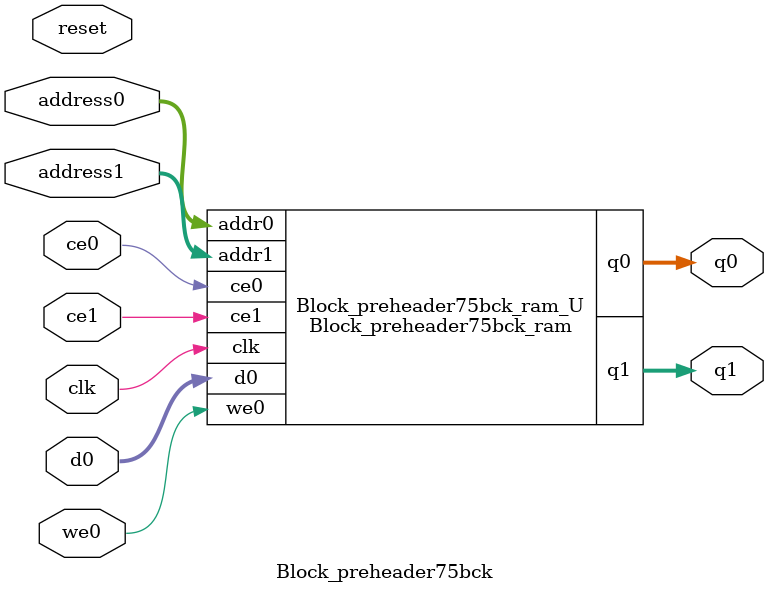
<source format=v>
`timescale 1 ns / 1 ps
module Block_preheader75bck_ram (addr0, ce0, d0, we0, q0, addr1, ce1, q1,  clk);

parameter DWIDTH = 5;
parameter AWIDTH = 7;
parameter MEM_SIZE = 96;

input[AWIDTH-1:0] addr0;
input ce0;
input[DWIDTH-1:0] d0;
input we0;
output reg[DWIDTH-1:0] q0;
input[AWIDTH-1:0] addr1;
input ce1;
output reg[DWIDTH-1:0] q1;
input clk;

(* ram_style = "distributed" *)reg [DWIDTH-1:0] ram[0:MEM_SIZE-1];




always @(posedge clk)  
begin 
    if (ce0) begin
        if (we0) 
            ram[addr0] <= d0; 
        q0 <= ram[addr0];
    end
end


always @(posedge clk)  
begin 
    if (ce1) begin
        q1 <= ram[addr1];
    end
end


endmodule

`timescale 1 ns / 1 ps
module Block_preheader75bck(
    reset,
    clk,
    address0,
    ce0,
    we0,
    d0,
    q0,
    address1,
    ce1,
    q1);

parameter DataWidth = 32'd5;
parameter AddressRange = 32'd96;
parameter AddressWidth = 32'd7;
input reset;
input clk;
input[AddressWidth - 1:0] address0;
input ce0;
input we0;
input[DataWidth - 1:0] d0;
output[DataWidth - 1:0] q0;
input[AddressWidth - 1:0] address1;
input ce1;
output[DataWidth - 1:0] q1;



Block_preheader75bck_ram Block_preheader75bck_ram_U(
    .clk( clk ),
    .addr0( address0 ),
    .ce0( ce0 ),
    .we0( we0 ),
    .d0( d0 ),
    .q0( q0 ),
    .addr1( address1 ),
    .ce1( ce1 ),
    .q1( q1 ));

endmodule


</source>
